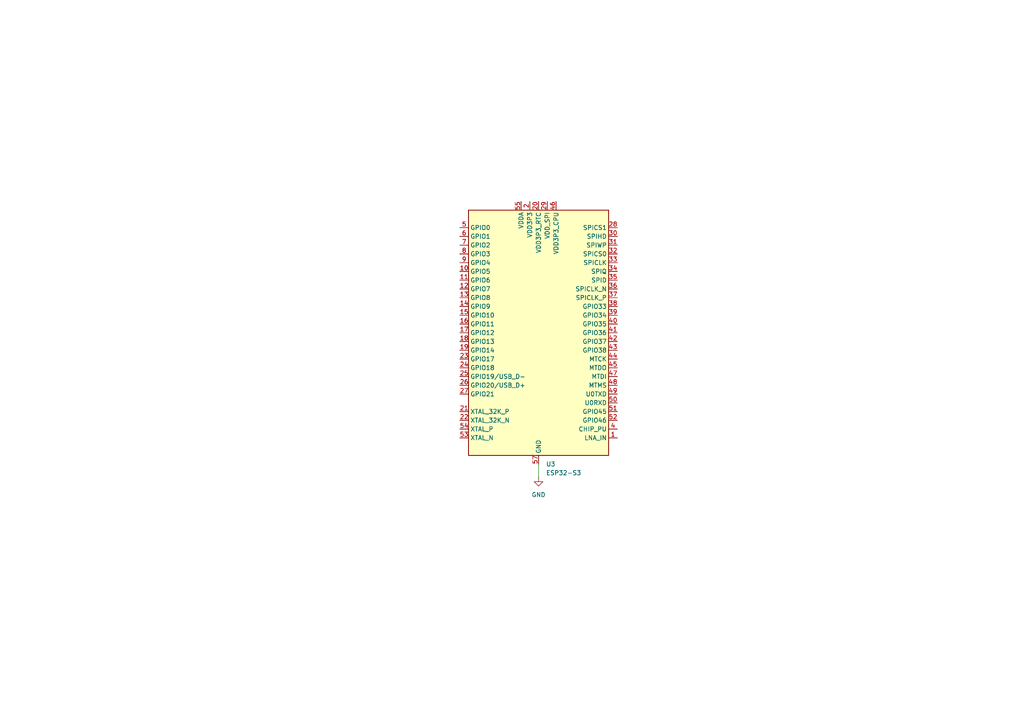
<source format=kicad_sch>
(kicad_sch (version 20250114) (generator "eeschema") (generator_version "9.0")
  (paper "A4")
  (lib_symbols
    (symbol "MCU_Espressif:ESP32-S3"
      (property "Reference" "U" (at 10.16 -38.1 0))
      (property "Value" "ESP32-S3" (at 13.97 -40.64 0))
      (symbol "ESP32-S3_0_1"
        (rectangle (start -20.32 35.56) (end 20.32 -35.56) (stroke (width 0.254)) (fill (type background)))
      )
      (symbol "ESP32-S3_1_0"
        (pin passive line (at -5.08 38.1 270) (length 2.54) (hide yes) (name "VDDA") (number "56"))
        (pin bidirectional line (at 22.86 12.7 180) (length 2.54) (name "SPICLK_N") (number "36"))
        (pin bidirectional line (at 22.86 -10.16 180) (length 2.54) (name "MTDO") (number "45"))
        (pin bidirectional line (at 22.86 -22.86 180) (length 2.54) (name "GPIO45") (number "51"))
      )
      (symbol "ESP32-S3_1_1"
        (pin bidirectional line (at -22.86 30.48 0) (length 2.54) (name "GPIO0") (number "5"))
        (pin bidirectional line (at -22.86 27.94 0) (length 2.54) (name "GPIO1") (number "6"))
        (pin bidirectional line (at -22.86 25.4 0) (length 2.54) (name "GPIO2") (number "7"))
        (pin bidirectional line (at -22.86 22.86 0) (length 2.54) (name "GPIO3") (number "8"))
        (pin bidirectional line (at -22.86 20.32 0) (length 2.54) (name "GPIO4") (number "9"))
        (pin bidirectional line (at -22.86 17.78 0) (length 2.54) (name "GPIO5") (number "10"))
        (pin bidirectional line (at -22.86 15.24 0) (length 2.54) (name "GPIO6") (number "11"))
        (pin bidirectional line (at -22.86 12.7 0) (length 2.54) (name "GPIO7") (number "12"))
        (pin bidirectional line (at -22.86 10.16 0) (length 2.54) (name "GPIO8") (number "13"))
        (pin bidirectional line (at -22.86 7.62 0) (length 2.54) (name "GPIO9") (number "14"))
        (pin bidirectional line (at -22.86 5.08 0) (length 2.54) (name "GPIO10") (number "15"))
        (pin bidirectional line (at -22.86 2.54 0) (length 2.54) (name "GPIO11") (number "16"))
        (pin bidirectional line (at -22.86 0 0) (length 2.54) (name "GPIO12") (number "17"))
        (pin bidirectional line (at -22.86 -2.54 0) (length 2.54) (name "GPIO13") (number "18"))
        (pin bidirectional line (at -22.86 -5.08 0) (length 2.54) (name "GPIO14") (number "19"))
        (pin bidirectional line (at -22.86 -7.62 0) (length 2.54) (name "GPIO17") (number "23"))
        (pin bidirectional line (at -22.86 -10.16 0) (length 2.54) (name "GPIO18") (number "24"))
        (pin bidirectional line (at -22.86 -12.7 0) (length 2.54) (name "GPIO19/USB_D-") (number "25"))
        (pin bidirectional line (at -22.86 -15.24 0) (length 2.54) (name "GPIO20/USB_D+") (number "26"))
        (pin bidirectional line (at -22.86 -17.78 0) (length 2.54) (name "GPIO21") (number "27"))
        (pin passive line (at -22.86 -22.86 0) (length 2.54) (name "XTAL_32K_P") (number "21"))
        (pin passive line (at -22.86 -25.4 0) (length 2.54) (name "XTAL_32K_N") (number "22"))
        (pin input line (at -22.86 -27.94 0) (length 2.54) (name "XTAL_P") (number "54"))
        (pin output line (at -22.86 -30.48 0) (length 2.54) (name "XTAL_N") (number "53"))
        (pin power_in line (at -5.08 38.1 270) (length 2.54) (name "VDDA") (number "55"))
        (pin power_in line (at -2.54 38.1 270) (length 2.54) (name "VDD3P3") (number "2"))
        (pin passive line (at -2.54 38.1 270) (length 2.54) (hide yes) (name "VDD3P3") (number "3"))
        (pin power_in line (at 0 38.1 270) (length 2.54) (name "VDD3P3_RTC") (number "20"))
        (pin power_in line (at 0 -38.1 90) (length 2.54) (name "GND") (number "57"))
        (pin power_in line (at 2.54 38.1 270) (length 2.54) (name "VDD_SPI") (number "29"))
        (pin power_in line (at 5.08 38.1 270) (length 2.54) (name "VDD3P3_CPU") (number "46"))
        (pin bidirectional line (at 22.86 30.48 180) (length 2.54) (name "SPICS1") (number "28"))
        (pin bidirectional line (at 22.86 27.94 180) (length 2.54) (name "SPIHD") (number "30"))
        (pin bidirectional line (at 22.86 25.4 180) (length 2.54) (name "SPIWP") (number "31"))
        (pin bidirectional line (at 22.86 22.86 180) (length 2.54) (name "SPICS0") (number "32"))
        (pin bidirectional line (at 22.86 20.32 180) (length 2.54) (name "SPICLK") (number "33"))
        (pin bidirectional line (at 22.86 17.78 180) (length 2.54) (name "SPIQ") (number "34"))
        (pin bidirectional line (at 22.86 15.24 180) (length 2.54) (name "SPID") (number "35"))
        (pin bidirectional line (at 22.86 10.16 180) (length 2.54) (name "SPICLK_P") (number "37"))
        (pin bidirectional line (at 22.86 7.62 180) (length 2.54) (name "GPIO33") (number "38"))
        (pin bidirectional line (at 22.86 5.08 180) (length 2.54) (name "GPIO34") (number "39"))
        (pin bidirectional line (at 22.86 2.54 180) (length 2.54) (name "GPIO35") (number "40"))
        (pin bidirectional line (at 22.86 0 180) (length 2.54) (name "GPIO36") (number "41"))
        (pin bidirectional line (at 22.86 -2.54 180) (length 2.54) (name "GPIO37") (number "42"))
        (pin bidirectional line (at 22.86 -5.08 180) (length 2.54) (name "GPIO38") (number "43"))
        (pin bidirectional line (at 22.86 -7.62 180) (length 2.54) (name "MTCK") (number "44"))
        (pin bidirectional line (at 22.86 -12.7 180) (length 2.54) (name "MTDI") (number "47"))
        (pin bidirectional line (at 22.86 -15.24 180) (length 2.54) (name "MTMS") (number "48"))
        (pin bidirectional line (at 22.86 -17.78 180) (length 2.54) (name "U0TXD") (number "49"))
        (pin bidirectional line (at 22.86 -20.32 180) (length 2.54) (name "U0RXD") (number "50"))
        (pin bidirectional line (at 22.86 -25.4 180) (length 2.54) (name "GPIO46") (number "52"))
        (pin input line (at 22.86 -27.94 180) (length 2.54) (name "CHIP_PU") (number "4"))
        (pin bidirectional line (at 22.86 -30.48 180) (length 2.54) (name "LNA_IN") (number "1"))
      )
    )
    (symbol "power:GND" (power) (pin_numbers (hide yes)) (pin_names (offset 0) (hide yes))
      (property "Value" "GND" (at 0 -3.81 0))
      (symbol "GND_0_1"
        (polyline (pts (xy 0 0) (xy 0 -1.27) (xy 1.27 -1.27) (xy 0 -2.54) (xy -1.27 -1.27) (xy 0 -1.27)))
      )
      (symbol "GND_1_1"
        (pin power_in line (at 0 0 270) (length 0) (name "~") (number "1"))
      )
    )
  )
  (wire (pts (xy 156.21 134.62) (xy 156.21 138.43)))
  (symbol (lib_id "power:GND") (at 156.21 138.43 0) (unit 1)
    (property "Reference" "#PWR02" (effects (hide yes)))
    (property "Value" "GND" (at 156.21 143.51 0))
    (property "Description" "Power symbol creates a global label with name \"GND\" , ground" (effects (hide yes)))
  )
  (symbol (lib_id "MCU_Espressif:ESP32-S3") (at 156.21 96.52 0) (unit 1)
    (property "Reference" "U3" (at 158.3533 134.62 0) (effects (justify left)))
    (property "Value" "ESP32-S3" (at 158.3533 137.16 0) (effects (justify left)))
    (property "Footprint" "Package_DFN_QFN:QFN-56-1EP_7x7mm_P0.4mm_EP4x4mm" (effects (hide yes)))
    (property "Datasheet" "https://www.espressif.com/sites/default/files/documentation/esp32-s3_datasheet_en.pdf" (effects (hide yes)))
    (property "Description" "Microcontroller, Wi-Fi 802.11b/g/n, Bluetooth, 32bit" (effects (hide yes)))
  )
)
</source>
